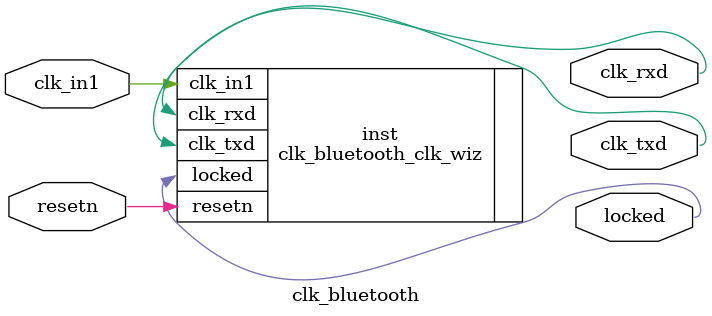
<source format=v>


`timescale 1ps/1ps

(* CORE_GENERATION_INFO = "clk_bluetooth,clk_wiz_v5_4_0_0,{component_name=clk_bluetooth,use_phase_alignment=true,use_min_o_jitter=false,use_max_i_jitter=false,use_dyn_phase_shift=false,use_inclk_switchover=false,use_dyn_reconfig=false,enable_axi=0,feedback_source=FDBK_AUTO,PRIMITIVE=MMCM,num_out_clk=2,clkin1_period=10.000,clkin2_period=10.000,use_power_down=false,use_reset=true,use_locked=true,use_inclk_stopped=false,feedback_type=SINGLE,CLOCK_MGR_TYPE=NA,manual_override=false}" *)

module clk_bluetooth 
 (
  // Clock out ports
  output        clk_txd,
  output        clk_rxd,
  // Status and control signals
  input         resetn,
  output        locked,
 // Clock in ports
  input         clk_in1
 );

  clk_bluetooth_clk_wiz inst
  (
  // Clock out ports  
  .clk_txd(clk_txd),
  .clk_rxd(clk_rxd),
  // Status and control signals               
  .resetn(resetn), 
  .locked(locked),
 // Clock in ports
  .clk_in1(clk_in1)
  );

endmodule

</source>
